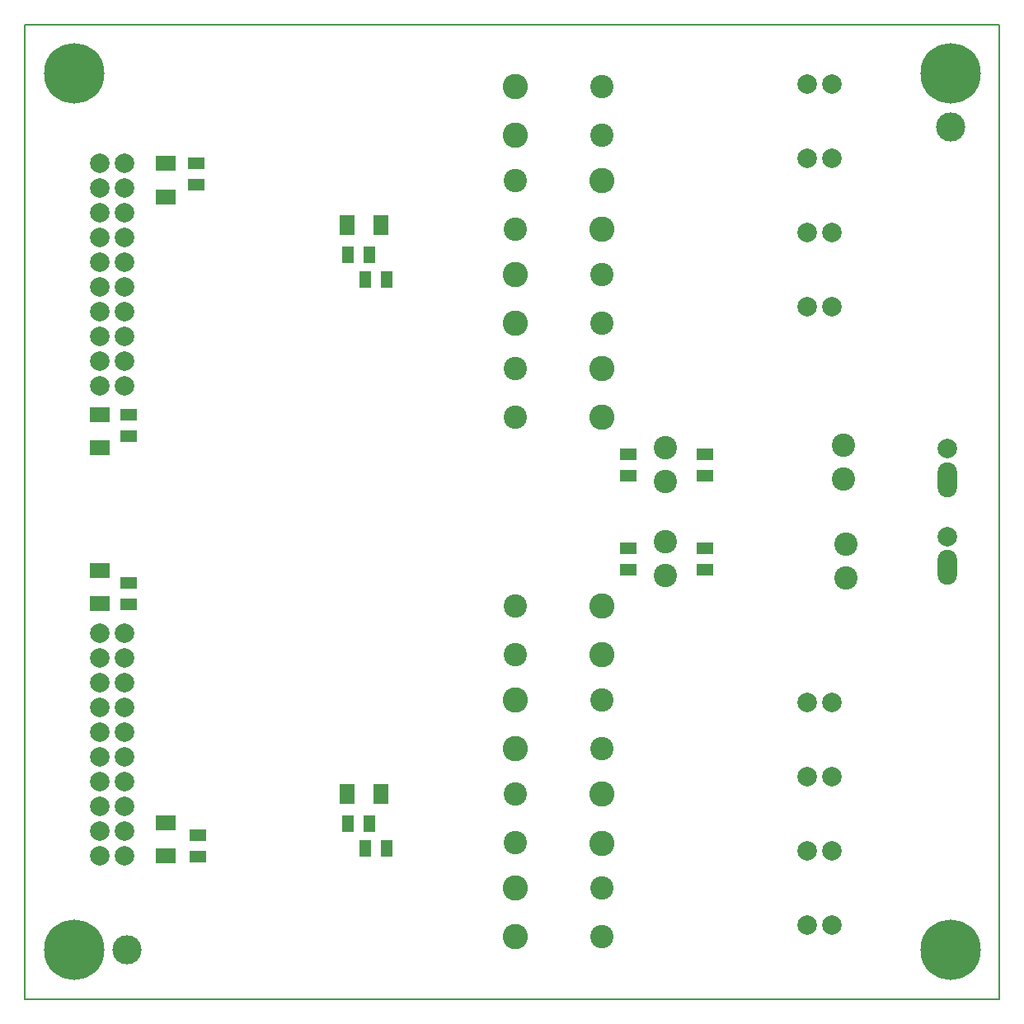
<source format=gbs>
G04 #@! TF.FileFunction,Soldermask,Bot*
%FSLAX46Y46*%
G04 Gerber Fmt 4.6, Leading zero omitted, Abs format (unit mm)*
G04 Created by KiCad (PCBNEW 4.0.2-stable) date 25/05/2016 10:40:19*
%MOMM*%
G01*
G04 APERTURE LIST*
%ADD10C,0.100000*%
%ADD11C,0.150000*%
%ADD12R,1.300000X1.700000*%
%ADD13C,2.400000*%
%ADD14R,1.700000X1.300000*%
%ADD15C,2.600000*%
%ADD16C,2.000000*%
%ADD17O,2.000000X3.600000*%
%ADD18R,1.500000X2.100000*%
%ADD19R,2.100000X1.500000*%
%ADD20C,6.200000*%
%ADD21C,3.000000*%
G04 APERTURE END LIST*
D10*
D11*
X100000000Y0D02*
X0Y0D01*
X100000000Y100000000D02*
X100000000Y0D01*
X0Y100000000D02*
X100000000Y100000000D01*
X0Y0D02*
X0Y100000000D01*
D12*
X37168000Y73914000D03*
X34968000Y73914000D03*
X35390000Y76454000D03*
X33190000Y76454000D03*
D13*
X84074000Y56868000D03*
X84074000Y53368000D03*
X84328000Y46708000D03*
X84328000Y43208000D03*
X65786000Y56614000D03*
X65786000Y53114000D03*
X65786000Y46962000D03*
X65786000Y43462000D03*
D14*
X69850000Y55964000D03*
X69850000Y53764000D03*
X69850000Y46312000D03*
X69850000Y44112000D03*
D15*
X50368000Y93686000D03*
X50368000Y88686000D03*
X59258000Y84034000D03*
X59258000Y79034000D03*
X50368000Y74382000D03*
X50368000Y69382000D03*
X59258000Y64730000D03*
X59258000Y59730000D03*
D16*
X80340000Y93980000D03*
X82880000Y93980000D03*
X80340000Y86360000D03*
X82880000Y86360000D03*
X80340000Y78740000D03*
X82880000Y78740000D03*
X80340000Y71120000D03*
X82880000Y71120000D03*
X94742000Y56515000D03*
D17*
X94742000Y53340000D03*
D16*
X94742000Y47498000D03*
D17*
X94742000Y44323000D03*
D16*
X7696000Y85852000D03*
X10236000Y85852000D03*
X7696000Y83312000D03*
X10236000Y83312000D03*
X7696000Y80772000D03*
X10236000Y80772000D03*
X7696000Y78232000D03*
X10236000Y78232000D03*
X7696000Y75692000D03*
X10236000Y75692000D03*
X7696000Y73152000D03*
X10236000Y73152000D03*
X7696000Y70612000D03*
X10236000Y70612000D03*
X7696000Y68072000D03*
X10236000Y68072000D03*
X7696000Y65532000D03*
X10236000Y65532000D03*
X7696000Y62992000D03*
X10236000Y62992000D03*
D18*
X36498000Y79502000D03*
X33098000Y79502000D03*
X36498000Y21082000D03*
X33098000Y21082000D03*
D12*
X35390000Y18034000D03*
X33190000Y18034000D03*
X37168000Y15494000D03*
X34968000Y15494000D03*
D15*
X59258000Y35346000D03*
X59258000Y40346000D03*
X50368000Y25694000D03*
X50368000Y30694000D03*
X59258000Y16002000D03*
X59258000Y21002000D03*
X50368000Y6390000D03*
X50368000Y11390000D03*
D16*
X80340000Y30480000D03*
X82880000Y30480000D03*
X80340000Y22860000D03*
X82880000Y22860000D03*
X80340000Y15240000D03*
X82880000Y15240000D03*
X80340000Y7620000D03*
X82880000Y7620000D03*
X7696000Y37592000D03*
X10236000Y37592000D03*
X7696000Y35052000D03*
X10236000Y35052000D03*
X7696000Y32512000D03*
X10236000Y32512000D03*
X7696000Y29972000D03*
X10236000Y29972000D03*
X7696000Y27432000D03*
X10236000Y27432000D03*
X7696000Y24892000D03*
X10236000Y24892000D03*
X7696000Y22352000D03*
X10236000Y22352000D03*
X7696000Y19812000D03*
X10236000Y19812000D03*
X7696000Y17272000D03*
X10236000Y17272000D03*
X7696000Y14732000D03*
X10236000Y14732000D03*
D14*
X17602000Y85809000D03*
X17602000Y83609000D03*
X10617000Y60028000D03*
X10617000Y57828000D03*
X10617000Y40556000D03*
X10617000Y42756000D03*
X17729000Y14648000D03*
X17729000Y16848000D03*
D19*
X14427000Y82374000D03*
X14427000Y85774000D03*
X7696000Y56593000D03*
X7696000Y59993000D03*
X7696000Y43991000D03*
X7696000Y40591000D03*
X14427000Y18083000D03*
X14427000Y14683000D03*
D14*
X61976000Y55964000D03*
X61976000Y53764000D03*
X61976000Y46312000D03*
X61976000Y44112000D03*
D20*
X95000000Y5000000D03*
X5000000Y5000000D03*
X5000000Y95000000D03*
X95000000Y95000000D03*
D21*
X10500000Y5000000D03*
X95000000Y89500000D03*
D13*
X59258000Y6390000D03*
X59258000Y11390000D03*
X50368000Y16042000D03*
X50368000Y21042000D03*
X59258000Y25694000D03*
X59258000Y30694000D03*
X50368000Y35346000D03*
X50368000Y40346000D03*
X59258000Y74382000D03*
X59258000Y69382000D03*
X50368000Y84034000D03*
X50368000Y79034000D03*
X59258000Y93686000D03*
X59258000Y88686000D03*
X50368000Y64730000D03*
X50368000Y59730000D03*
M02*

</source>
